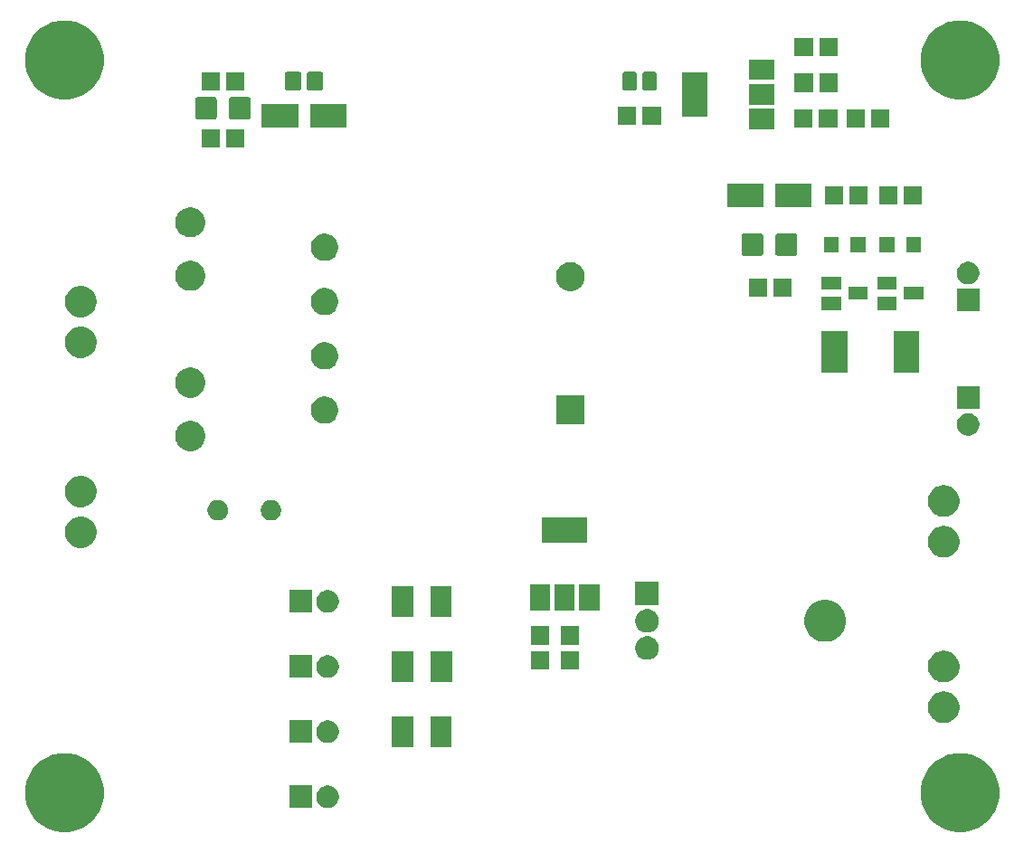
<source format=gbr>
G04 #@! TF.GenerationSoftware,KiCad,Pcbnew,(5.1.5)-3*
G04 #@! TF.CreationDate,2020-06-16T12:54:06-04:00*
G04 #@! TF.ProjectId,DC-Supply-170V-v1,44432d53-7570-4706-9c79-2d313730562d,rev?*
G04 #@! TF.SameCoordinates,Original*
G04 #@! TF.FileFunction,Soldermask,Top*
G04 #@! TF.FilePolarity,Negative*
%FSLAX46Y46*%
G04 Gerber Fmt 4.6, Leading zero omitted, Abs format (unit mm)*
G04 Created by KiCad (PCBNEW (5.1.5)-3) date 2020-06-16 12:54:06*
%MOMM*%
%LPD*%
G04 APERTURE LIST*
%ADD10C,0.100000*%
G04 APERTURE END LIST*
D10*
G36*
X163637996Y-110746324D02*
G01*
X164310570Y-111024913D01*
X164915871Y-111429362D01*
X165430638Y-111944129D01*
X165835087Y-112549430D01*
X166113676Y-113222004D01*
X166255700Y-113936005D01*
X166255700Y-114663995D01*
X166113676Y-115377996D01*
X165835087Y-116050570D01*
X165430638Y-116655871D01*
X164915871Y-117170638D01*
X164310570Y-117575087D01*
X163637996Y-117853676D01*
X162923995Y-117995700D01*
X162196005Y-117995700D01*
X161482004Y-117853676D01*
X160809430Y-117575087D01*
X160204129Y-117170638D01*
X159689362Y-116655871D01*
X159284913Y-116050570D01*
X159006324Y-115377996D01*
X158864300Y-114663995D01*
X158864300Y-113936005D01*
X159006324Y-113222004D01*
X159284913Y-112549430D01*
X159689362Y-111944129D01*
X160204129Y-111429362D01*
X160809430Y-111024913D01*
X161482004Y-110746324D01*
X162196005Y-110604300D01*
X162923995Y-110604300D01*
X163637996Y-110746324D01*
G37*
G36*
X79817996Y-110746324D02*
G01*
X80490570Y-111024913D01*
X81095871Y-111429362D01*
X81610638Y-111944129D01*
X82015087Y-112549430D01*
X82293676Y-113222004D01*
X82435700Y-113936005D01*
X82435700Y-114663995D01*
X82293676Y-115377996D01*
X82015087Y-116050570D01*
X81610638Y-116655871D01*
X81095871Y-117170638D01*
X80490570Y-117575087D01*
X79817996Y-117853676D01*
X79103995Y-117995700D01*
X78376005Y-117995700D01*
X77662004Y-117853676D01*
X76989430Y-117575087D01*
X76384129Y-117170638D01*
X75869362Y-116655871D01*
X75464913Y-116050570D01*
X75186324Y-115377996D01*
X75044300Y-114663995D01*
X75044300Y-113936005D01*
X75186324Y-113222004D01*
X75464913Y-112549430D01*
X75869362Y-111944129D01*
X76384129Y-111429362D01*
X76989430Y-111024913D01*
X77662004Y-110746324D01*
X78376005Y-110604300D01*
X79103995Y-110604300D01*
X79817996Y-110746324D01*
G37*
G36*
X101891200Y-115734200D02*
G01*
X99784800Y-115734200D01*
X99784800Y-113627800D01*
X101891200Y-113627800D01*
X101891200Y-115734200D01*
G37*
G36*
X103685207Y-113668274D02*
G01*
X103876877Y-113747666D01*
X104049376Y-113862926D01*
X104196074Y-114009624D01*
X104311334Y-114182123D01*
X104390726Y-114373793D01*
X104431200Y-114577269D01*
X104431200Y-114784731D01*
X104390726Y-114988207D01*
X104311334Y-115179877D01*
X104196074Y-115352376D01*
X104049376Y-115499074D01*
X103876877Y-115614334D01*
X103685207Y-115693726D01*
X103481731Y-115734200D01*
X103274269Y-115734200D01*
X103070793Y-115693726D01*
X102879123Y-115614334D01*
X102706624Y-115499074D01*
X102559926Y-115352376D01*
X102444666Y-115179877D01*
X102365274Y-114988207D01*
X102324800Y-114784731D01*
X102324800Y-114577269D01*
X102365274Y-114373793D01*
X102444666Y-114182123D01*
X102559926Y-114009624D01*
X102706624Y-113862926D01*
X102879123Y-113747666D01*
X103070793Y-113668274D01*
X103274269Y-113627800D01*
X103481731Y-113627800D01*
X103685207Y-113668274D01*
G37*
G36*
X114998200Y-110038200D02*
G01*
X112991800Y-110038200D01*
X112991800Y-107131800D01*
X114998200Y-107131800D01*
X114998200Y-110038200D01*
G37*
G36*
X111398200Y-110038200D02*
G01*
X109391800Y-110038200D01*
X109391800Y-107131800D01*
X111398200Y-107131800D01*
X111398200Y-110038200D01*
G37*
G36*
X103685207Y-107572274D02*
G01*
X103876877Y-107651666D01*
X104049376Y-107766926D01*
X104196074Y-107913624D01*
X104311334Y-108086123D01*
X104390726Y-108277793D01*
X104431200Y-108481269D01*
X104431200Y-108688731D01*
X104390726Y-108892207D01*
X104311334Y-109083877D01*
X104196074Y-109256376D01*
X104049376Y-109403074D01*
X103876877Y-109518334D01*
X103685207Y-109597726D01*
X103481731Y-109638200D01*
X103274269Y-109638200D01*
X103070793Y-109597726D01*
X102879123Y-109518334D01*
X102706624Y-109403074D01*
X102559926Y-109256376D01*
X102444666Y-109083877D01*
X102365274Y-108892207D01*
X102324800Y-108688731D01*
X102324800Y-108481269D01*
X102365274Y-108277793D01*
X102444666Y-108086123D01*
X102559926Y-107913624D01*
X102706624Y-107766926D01*
X102879123Y-107651666D01*
X103070793Y-107572274D01*
X103274269Y-107531800D01*
X103481731Y-107531800D01*
X103685207Y-107572274D01*
G37*
G36*
X101891200Y-109638200D02*
G01*
X99784800Y-109638200D01*
X99784800Y-107531800D01*
X101891200Y-107531800D01*
X101891200Y-109638200D01*
G37*
G36*
X161237711Y-104837061D02*
G01*
X161465716Y-104882413D01*
X161733822Y-104993467D01*
X161733823Y-104993468D01*
X161975111Y-105154691D01*
X162180309Y-105359889D01*
X162288035Y-105521113D01*
X162341533Y-105601178D01*
X162452587Y-105869284D01*
X162509200Y-106153903D01*
X162509200Y-106444097D01*
X162452587Y-106728716D01*
X162397059Y-106862770D01*
X162341533Y-106996822D01*
X162341532Y-106996823D01*
X162180309Y-107238111D01*
X161975111Y-107443309D01*
X161842674Y-107531800D01*
X161733822Y-107604533D01*
X161620033Y-107651666D01*
X161465716Y-107715587D01*
X161237711Y-107760939D01*
X161181098Y-107772200D01*
X160890902Y-107772200D01*
X160834289Y-107760939D01*
X160606284Y-107715587D01*
X160451967Y-107651666D01*
X160338178Y-107604533D01*
X160229326Y-107531800D01*
X160096889Y-107443309D01*
X159891691Y-107238111D01*
X159730468Y-106996823D01*
X159730467Y-106996822D01*
X159674941Y-106862770D01*
X159619413Y-106728716D01*
X159562800Y-106444097D01*
X159562800Y-106153903D01*
X159619413Y-105869284D01*
X159730467Y-105601178D01*
X159783965Y-105521113D01*
X159891691Y-105359889D01*
X160096889Y-105154691D01*
X160338177Y-104993468D01*
X160338178Y-104993467D01*
X160472230Y-104937941D01*
X160606284Y-104882413D01*
X160834289Y-104837061D01*
X160890902Y-104825800D01*
X161181098Y-104825800D01*
X161237711Y-104837061D01*
G37*
G36*
X161237711Y-101027061D02*
G01*
X161465716Y-101072413D01*
X161733822Y-101183467D01*
X161733823Y-101183468D01*
X161975111Y-101344691D01*
X162180309Y-101549889D01*
X162226294Y-101618711D01*
X162341533Y-101791178D01*
X162372111Y-101865000D01*
X162452587Y-102059284D01*
X162509200Y-102343903D01*
X162509200Y-102634097D01*
X162452587Y-102918716D01*
X162423939Y-102987877D01*
X162341533Y-103186822D01*
X162341532Y-103186823D01*
X162180309Y-103428111D01*
X161975111Y-103633309D01*
X161813887Y-103741035D01*
X161733822Y-103794533D01*
X161599770Y-103850059D01*
X161465716Y-103905587D01*
X161237711Y-103950939D01*
X161181098Y-103962200D01*
X160890902Y-103962200D01*
X160834289Y-103950939D01*
X160606284Y-103905587D01*
X160472230Y-103850059D01*
X160338178Y-103794533D01*
X160258113Y-103741035D01*
X160096889Y-103633309D01*
X159891691Y-103428111D01*
X159730468Y-103186823D01*
X159730467Y-103186822D01*
X159648061Y-102987877D01*
X159619413Y-102918716D01*
X159562800Y-102634097D01*
X159562800Y-102343903D01*
X159619413Y-102059284D01*
X159699889Y-101865000D01*
X159730467Y-101791178D01*
X159845706Y-101618711D01*
X159891691Y-101549889D01*
X160096889Y-101344691D01*
X160338177Y-101183468D01*
X160338178Y-101183467D01*
X160472230Y-101127941D01*
X160606284Y-101072413D01*
X160834289Y-101027061D01*
X160890902Y-101015800D01*
X161181098Y-101015800D01*
X161237711Y-101027061D01*
G37*
G36*
X115017200Y-103942200D02*
G01*
X113010800Y-103942200D01*
X113010800Y-101035800D01*
X115017200Y-101035800D01*
X115017200Y-103942200D01*
G37*
G36*
X111417200Y-103942200D02*
G01*
X109410800Y-103942200D01*
X109410800Y-101035800D01*
X111417200Y-101035800D01*
X111417200Y-103942200D01*
G37*
G36*
X101891200Y-103542200D02*
G01*
X99784800Y-103542200D01*
X99784800Y-101435800D01*
X101891200Y-101435800D01*
X101891200Y-103542200D01*
G37*
G36*
X103685207Y-101476274D02*
G01*
X103876877Y-101555666D01*
X104049376Y-101670926D01*
X104196074Y-101817624D01*
X104311334Y-101990123D01*
X104390726Y-102181793D01*
X104431200Y-102385269D01*
X104431200Y-102592731D01*
X104390726Y-102796207D01*
X104311334Y-102987877D01*
X104196074Y-103160376D01*
X104049376Y-103307074D01*
X103876877Y-103422334D01*
X103685207Y-103501726D01*
X103481731Y-103542200D01*
X103274269Y-103542200D01*
X103070793Y-103501726D01*
X102879123Y-103422334D01*
X102706624Y-103307074D01*
X102559926Y-103160376D01*
X102444666Y-102987877D01*
X102365274Y-102796207D01*
X102324800Y-102592731D01*
X102324800Y-102385269D01*
X102365274Y-102181793D01*
X102444666Y-101990123D01*
X102559926Y-101817624D01*
X102706624Y-101670926D01*
X102879123Y-101555666D01*
X103070793Y-101476274D01*
X103274269Y-101435800D01*
X103481731Y-101435800D01*
X103685207Y-101476274D01*
G37*
G36*
X124094000Y-102739600D02*
G01*
X122387600Y-102739600D01*
X122387600Y-101033200D01*
X124094000Y-101033200D01*
X124094000Y-102739600D01*
G37*
G36*
X126913400Y-102739600D02*
G01*
X125207000Y-102739600D01*
X125207000Y-101033200D01*
X126913400Y-101033200D01*
X126913400Y-102739600D01*
G37*
G36*
X133595592Y-99700995D02*
G01*
X133796361Y-99784157D01*
X133977049Y-99904889D01*
X134130711Y-100058551D01*
X134251443Y-100239239D01*
X134334605Y-100440008D01*
X134377000Y-100653144D01*
X134377000Y-100870456D01*
X134334605Y-101083592D01*
X134251443Y-101284361D01*
X134130711Y-101465049D01*
X133977049Y-101618711D01*
X133796361Y-101739443D01*
X133595592Y-101822605D01*
X133382456Y-101865000D01*
X133165144Y-101865000D01*
X132952008Y-101822605D01*
X132751239Y-101739443D01*
X132570551Y-101618711D01*
X132416889Y-101465049D01*
X132296157Y-101284361D01*
X132212995Y-101083592D01*
X132170600Y-100870456D01*
X132170600Y-100653144D01*
X132212995Y-100440008D01*
X132296157Y-100239239D01*
X132416889Y-100058551D01*
X132570551Y-99904889D01*
X132751239Y-99784157D01*
X132952008Y-99700995D01*
X133165144Y-99658600D01*
X133382456Y-99658600D01*
X133595592Y-99700995D01*
G37*
G36*
X126913400Y-100439600D02*
G01*
X125207000Y-100439600D01*
X125207000Y-98733200D01*
X126913400Y-98733200D01*
X126913400Y-100439600D01*
G37*
G36*
X124094000Y-100439600D02*
G01*
X122387600Y-100439600D01*
X122387600Y-98733200D01*
X124094000Y-98733200D01*
X124094000Y-100439600D01*
G37*
G36*
X150503528Y-96343660D02*
G01*
X150858987Y-96490896D01*
X151178893Y-96704650D01*
X151450950Y-96976707D01*
X151664704Y-97296613D01*
X151811940Y-97652072D01*
X151887000Y-98029427D01*
X151887000Y-98414173D01*
X151811940Y-98791528D01*
X151664704Y-99146987D01*
X151450950Y-99466893D01*
X151178893Y-99738950D01*
X150858987Y-99952704D01*
X150503528Y-100099940D01*
X150126173Y-100175000D01*
X149741427Y-100175000D01*
X149364072Y-100099940D01*
X149008613Y-99952704D01*
X148688707Y-99738950D01*
X148416650Y-99466893D01*
X148202896Y-99146987D01*
X148055660Y-98791528D01*
X147980600Y-98414173D01*
X147980600Y-98029427D01*
X148055660Y-97652072D01*
X148202896Y-97296613D01*
X148416650Y-96976707D01*
X148688707Y-96704650D01*
X149008613Y-96490896D01*
X149364072Y-96343660D01*
X149741427Y-96268600D01*
X150126173Y-96268600D01*
X150503528Y-96343660D01*
G37*
G36*
X133595592Y-97160995D02*
G01*
X133796361Y-97244157D01*
X133977049Y-97364889D01*
X134130711Y-97518551D01*
X134251443Y-97699239D01*
X134334605Y-97900008D01*
X134377000Y-98113144D01*
X134377000Y-98330456D01*
X134334605Y-98543592D01*
X134251443Y-98744361D01*
X134130711Y-98925049D01*
X133977049Y-99078711D01*
X133796361Y-99199443D01*
X133595592Y-99282605D01*
X133382456Y-99325000D01*
X133165144Y-99325000D01*
X132952008Y-99282605D01*
X132751239Y-99199443D01*
X132570551Y-99078711D01*
X132416889Y-98925049D01*
X132296157Y-98744361D01*
X132212995Y-98543592D01*
X132170600Y-98330456D01*
X132170600Y-98113144D01*
X132212995Y-97900008D01*
X132296157Y-97699239D01*
X132416889Y-97518551D01*
X132570551Y-97364889D01*
X132751239Y-97244157D01*
X132952008Y-97160995D01*
X133165144Y-97118600D01*
X133382456Y-97118600D01*
X133595592Y-97160995D01*
G37*
G36*
X114998200Y-97846200D02*
G01*
X112991800Y-97846200D01*
X112991800Y-94939800D01*
X114998200Y-94939800D01*
X114998200Y-97846200D01*
G37*
G36*
X111398200Y-97846200D02*
G01*
X109391800Y-97846200D01*
X109391800Y-94939800D01*
X111398200Y-94939800D01*
X111398200Y-97846200D01*
G37*
G36*
X101891200Y-97446200D02*
G01*
X99784800Y-97446200D01*
X99784800Y-95339800D01*
X101891200Y-95339800D01*
X101891200Y-97446200D01*
G37*
G36*
X103685207Y-95380274D02*
G01*
X103876877Y-95459666D01*
X104049376Y-95574926D01*
X104196074Y-95721624D01*
X104311334Y-95894123D01*
X104390726Y-96085793D01*
X104431200Y-96289269D01*
X104431200Y-96496731D01*
X104390726Y-96700207D01*
X104311334Y-96891877D01*
X104196074Y-97064376D01*
X104049376Y-97211074D01*
X103876877Y-97326334D01*
X103685207Y-97405726D01*
X103481731Y-97446200D01*
X103274269Y-97446200D01*
X103070793Y-97405726D01*
X102879123Y-97326334D01*
X102706624Y-97211074D01*
X102559926Y-97064376D01*
X102444666Y-96891877D01*
X102365274Y-96700207D01*
X102324800Y-96496731D01*
X102324800Y-96289269D01*
X102365274Y-96085793D01*
X102444666Y-95894123D01*
X102559926Y-95721624D01*
X102706624Y-95574926D01*
X102879123Y-95459666D01*
X103070793Y-95380274D01*
X103274269Y-95339800D01*
X103481731Y-95339800D01*
X103685207Y-95380274D01*
G37*
G36*
X126505400Y-97241000D02*
G01*
X124599000Y-97241000D01*
X124599000Y-94834600D01*
X126505400Y-94834600D01*
X126505400Y-97241000D01*
G37*
G36*
X124205400Y-97241000D02*
G01*
X122299000Y-97241000D01*
X122299000Y-94834600D01*
X124205400Y-94834600D01*
X124205400Y-97241000D01*
G37*
G36*
X128805400Y-97241000D02*
G01*
X126899000Y-97241000D01*
X126899000Y-94834600D01*
X128805400Y-94834600D01*
X128805400Y-97241000D01*
G37*
G36*
X134377000Y-96785000D02*
G01*
X132170600Y-96785000D01*
X132170600Y-94578600D01*
X134377000Y-94578600D01*
X134377000Y-96785000D01*
G37*
G36*
X161237711Y-89343061D02*
G01*
X161465716Y-89388413D01*
X161733822Y-89499467D01*
X161733823Y-89499468D01*
X161975111Y-89660691D01*
X162180309Y-89865889D01*
X162288035Y-90027113D01*
X162341533Y-90107178D01*
X162397059Y-90241230D01*
X162452587Y-90375284D01*
X162509200Y-90659903D01*
X162509200Y-90950097D01*
X162452587Y-91234716D01*
X162412047Y-91332586D01*
X162341533Y-91502822D01*
X162341532Y-91502823D01*
X162180309Y-91744111D01*
X161975111Y-91949309D01*
X161813887Y-92057035D01*
X161733822Y-92110533D01*
X161599770Y-92166059D01*
X161465716Y-92221587D01*
X161237711Y-92266939D01*
X161181098Y-92278200D01*
X160890902Y-92278200D01*
X160834289Y-92266939D01*
X160606284Y-92221587D01*
X160338178Y-92110533D01*
X160258113Y-92057035D01*
X160096889Y-91949309D01*
X159891691Y-91744111D01*
X159730468Y-91502823D01*
X159730467Y-91502822D01*
X159659953Y-91332586D01*
X159619413Y-91234716D01*
X159562800Y-90950097D01*
X159562800Y-90659903D01*
X159619413Y-90375284D01*
X159674941Y-90241230D01*
X159730467Y-90107178D01*
X159783965Y-90027113D01*
X159891691Y-89865889D01*
X160096889Y-89660691D01*
X160338177Y-89499468D01*
X160338178Y-89499467D01*
X160472230Y-89443941D01*
X160606284Y-89388413D01*
X160834289Y-89343061D01*
X160890902Y-89331800D01*
X161181098Y-89331800D01*
X161237711Y-89343061D01*
G37*
G36*
X80465711Y-88454061D02*
G01*
X80693716Y-88499413D01*
X80827770Y-88554941D01*
X80961822Y-88610467D01*
X80961823Y-88610468D01*
X81203111Y-88771691D01*
X81408309Y-88976889D01*
X81516035Y-89138113D01*
X81569533Y-89218178D01*
X81616597Y-89331800D01*
X81680587Y-89486284D01*
X81737200Y-89770903D01*
X81737200Y-90061097D01*
X81680587Y-90345716D01*
X81668339Y-90375284D01*
X81569533Y-90613822D01*
X81516035Y-90693887D01*
X81408309Y-90855111D01*
X81203111Y-91060309D01*
X81041887Y-91168035D01*
X80961822Y-91221533D01*
X80693716Y-91332587D01*
X80465711Y-91377939D01*
X80409098Y-91389200D01*
X80118902Y-91389200D01*
X80062289Y-91377939D01*
X79834284Y-91332587D01*
X79566178Y-91221533D01*
X79486113Y-91168035D01*
X79324889Y-91060309D01*
X79119691Y-90855111D01*
X79011965Y-90693887D01*
X78958467Y-90613822D01*
X78859661Y-90375284D01*
X78847413Y-90345716D01*
X78790800Y-90061097D01*
X78790800Y-89770903D01*
X78847413Y-89486284D01*
X78911403Y-89331800D01*
X78958467Y-89218178D01*
X79011965Y-89138113D01*
X79119691Y-88976889D01*
X79324889Y-88771691D01*
X79566177Y-88610468D01*
X79566178Y-88610467D01*
X79834284Y-88499413D01*
X80062289Y-88454061D01*
X80118902Y-88442800D01*
X80409098Y-88442800D01*
X80465711Y-88454061D01*
G37*
G36*
X127655400Y-90941000D02*
G01*
X123449000Y-90941000D01*
X123449000Y-88534600D01*
X127655400Y-88534600D01*
X127655400Y-90941000D01*
G37*
G36*
X98201555Y-86900778D02*
G01*
X98350937Y-86930491D01*
X98415824Y-86957369D01*
X98526594Y-87003251D01*
X98684679Y-87108880D01*
X98819120Y-87243321D01*
X98924749Y-87401406D01*
X98970631Y-87512176D01*
X98997509Y-87577063D01*
X99034600Y-87763537D01*
X99034600Y-87953663D01*
X98997509Y-88140137D01*
X98970631Y-88205024D01*
X98924749Y-88315794D01*
X98819120Y-88473879D01*
X98684679Y-88608320D01*
X98526594Y-88713949D01*
X98415824Y-88759831D01*
X98350937Y-88786709D01*
X98201555Y-88816422D01*
X98164464Y-88823800D01*
X97974336Y-88823800D01*
X97937245Y-88816422D01*
X97787863Y-88786709D01*
X97722976Y-88759831D01*
X97612206Y-88713949D01*
X97454121Y-88608320D01*
X97319680Y-88473879D01*
X97214051Y-88315794D01*
X97168169Y-88205024D01*
X97141291Y-88140137D01*
X97104200Y-87953663D01*
X97104200Y-87763537D01*
X97141291Y-87577063D01*
X97168169Y-87512176D01*
X97214051Y-87401406D01*
X97319680Y-87243321D01*
X97454121Y-87108880D01*
X97612206Y-87003251D01*
X97722976Y-86957369D01*
X97787863Y-86930491D01*
X97937245Y-86900778D01*
X97974336Y-86893400D01*
X98164464Y-86893400D01*
X98201555Y-86900778D01*
G37*
G36*
X93223155Y-86900778D02*
G01*
X93372537Y-86930491D01*
X93437424Y-86957369D01*
X93548194Y-87003251D01*
X93706279Y-87108880D01*
X93840720Y-87243321D01*
X93946349Y-87401406D01*
X93992231Y-87512176D01*
X94019109Y-87577063D01*
X94056200Y-87763537D01*
X94056200Y-87953663D01*
X94019109Y-88140137D01*
X93992231Y-88205024D01*
X93946349Y-88315794D01*
X93840720Y-88473879D01*
X93706279Y-88608320D01*
X93548194Y-88713949D01*
X93437424Y-88759831D01*
X93372537Y-88786709D01*
X93223155Y-88816422D01*
X93186064Y-88823800D01*
X92995936Y-88823800D01*
X92958845Y-88816422D01*
X92809463Y-88786709D01*
X92744576Y-88759831D01*
X92633806Y-88713949D01*
X92475721Y-88608320D01*
X92341280Y-88473879D01*
X92235651Y-88315794D01*
X92189769Y-88205024D01*
X92162891Y-88140137D01*
X92125800Y-87953663D01*
X92125800Y-87763537D01*
X92162891Y-87577063D01*
X92189769Y-87512176D01*
X92235651Y-87401406D01*
X92341280Y-87243321D01*
X92475721Y-87108880D01*
X92633806Y-87003251D01*
X92744576Y-86957369D01*
X92809463Y-86930491D01*
X92958845Y-86900778D01*
X92995936Y-86893400D01*
X93186064Y-86893400D01*
X93223155Y-86900778D01*
G37*
G36*
X161237711Y-85533061D02*
G01*
X161465716Y-85578413D01*
X161599770Y-85633941D01*
X161733822Y-85689467D01*
X161733823Y-85689468D01*
X161975111Y-85850691D01*
X162180309Y-86055889D01*
X162288035Y-86217113D01*
X162341533Y-86297178D01*
X162397059Y-86431230D01*
X162452587Y-86565284D01*
X162509200Y-86849903D01*
X162509200Y-87140097D01*
X162452587Y-87424716D01*
X162412047Y-87522586D01*
X162341533Y-87692822D01*
X162341532Y-87692823D01*
X162180309Y-87934111D01*
X161975111Y-88139309D01*
X161813887Y-88247035D01*
X161733822Y-88300533D01*
X161599770Y-88356059D01*
X161465716Y-88411587D01*
X161237711Y-88456939D01*
X161181098Y-88468200D01*
X160890902Y-88468200D01*
X160834289Y-88456939D01*
X160606284Y-88411587D01*
X160472230Y-88356059D01*
X160338178Y-88300533D01*
X160258113Y-88247035D01*
X160096889Y-88139309D01*
X159891691Y-87934111D01*
X159730468Y-87692823D01*
X159730467Y-87692822D01*
X159659953Y-87522586D01*
X159619413Y-87424716D01*
X159562800Y-87140097D01*
X159562800Y-86849903D01*
X159619413Y-86565284D01*
X159674941Y-86431230D01*
X159730467Y-86297178D01*
X159783965Y-86217113D01*
X159891691Y-86055889D01*
X160096889Y-85850691D01*
X160338177Y-85689468D01*
X160338178Y-85689467D01*
X160472230Y-85633941D01*
X160606284Y-85578413D01*
X160834289Y-85533061D01*
X160890902Y-85521800D01*
X161181098Y-85521800D01*
X161237711Y-85533061D01*
G37*
G36*
X80465711Y-84644061D02*
G01*
X80693716Y-84689413D01*
X80827770Y-84744941D01*
X80961822Y-84800467D01*
X80961823Y-84800468D01*
X81203111Y-84961691D01*
X81408309Y-85166889D01*
X81516035Y-85328113D01*
X81569533Y-85408178D01*
X81616597Y-85521800D01*
X81680587Y-85676284D01*
X81737200Y-85960903D01*
X81737200Y-86251097D01*
X81680587Y-86535716D01*
X81668339Y-86565284D01*
X81569533Y-86803822D01*
X81516035Y-86883887D01*
X81408309Y-87045111D01*
X81203111Y-87250309D01*
X81041887Y-87358035D01*
X80961822Y-87411533D01*
X80827770Y-87467059D01*
X80693716Y-87522587D01*
X80465711Y-87567939D01*
X80409098Y-87579200D01*
X80118902Y-87579200D01*
X80062289Y-87567939D01*
X79834284Y-87522587D01*
X79566178Y-87411533D01*
X79486113Y-87358035D01*
X79324889Y-87250309D01*
X79119691Y-87045111D01*
X79011965Y-86883887D01*
X78958467Y-86803822D01*
X78859661Y-86565284D01*
X78847413Y-86535716D01*
X78790800Y-86251097D01*
X78790800Y-85960903D01*
X78847413Y-85676284D01*
X78911403Y-85521800D01*
X78958467Y-85408178D01*
X79011965Y-85328113D01*
X79119691Y-85166889D01*
X79324889Y-84961691D01*
X79566177Y-84800468D01*
X79566178Y-84800467D01*
X79700230Y-84744941D01*
X79834284Y-84689413D01*
X80062289Y-84644061D01*
X80118902Y-84632800D01*
X80409098Y-84632800D01*
X80465711Y-84644061D01*
G37*
G36*
X90936794Y-79553674D02*
G01*
X91193343Y-79659940D01*
X91424231Y-79814214D01*
X91620586Y-80010569D01*
X91774860Y-80241457D01*
X91881126Y-80498006D01*
X91935300Y-80770357D01*
X91935300Y-81048043D01*
X91881126Y-81320394D01*
X91774860Y-81576943D01*
X91620586Y-81807831D01*
X91424231Y-82004186D01*
X91193343Y-82158460D01*
X90936794Y-82264726D01*
X90664443Y-82318900D01*
X90386757Y-82318900D01*
X90114406Y-82264726D01*
X89857857Y-82158460D01*
X89626969Y-82004186D01*
X89430614Y-81807831D01*
X89276340Y-81576943D01*
X89170074Y-81320394D01*
X89115900Y-81048043D01*
X89115900Y-80770357D01*
X89170074Y-80498006D01*
X89276340Y-80241457D01*
X89430614Y-80010569D01*
X89626969Y-79814214D01*
X89857857Y-79659940D01*
X90114406Y-79553674D01*
X90386757Y-79499500D01*
X90664443Y-79499500D01*
X90936794Y-79553674D01*
G37*
G36*
X163629207Y-78819474D02*
G01*
X163820877Y-78898866D01*
X163993376Y-79014126D01*
X164140074Y-79160824D01*
X164255334Y-79333323D01*
X164334726Y-79524993D01*
X164375200Y-79728469D01*
X164375200Y-79935931D01*
X164334726Y-80139407D01*
X164255334Y-80331077D01*
X164140074Y-80503576D01*
X163993376Y-80650274D01*
X163820877Y-80765534D01*
X163629207Y-80844926D01*
X163425731Y-80885400D01*
X163218269Y-80885400D01*
X163014793Y-80844926D01*
X162823123Y-80765534D01*
X162650624Y-80650274D01*
X162503926Y-80503576D01*
X162388666Y-80331077D01*
X162309274Y-80139407D01*
X162268800Y-79935931D01*
X162268800Y-79728469D01*
X162309274Y-79524993D01*
X162388666Y-79333323D01*
X162503926Y-79160824D01*
X162650624Y-79014126D01*
X162823123Y-78898866D01*
X163014793Y-78819474D01*
X163218269Y-78779000D01*
X163425731Y-78779000D01*
X163629207Y-78819474D01*
G37*
G36*
X127431800Y-79832200D02*
G01*
X124739400Y-79832200D01*
X124739400Y-77139800D01*
X127431800Y-77139800D01*
X127431800Y-79832200D01*
G37*
G36*
X103472750Y-77252594D02*
G01*
X103706186Y-77349286D01*
X103916274Y-77489662D01*
X104094938Y-77668326D01*
X104235314Y-77878414D01*
X104332006Y-78111850D01*
X104381300Y-78359666D01*
X104381300Y-78612334D01*
X104332006Y-78860150D01*
X104235314Y-79093586D01*
X104094938Y-79303674D01*
X103916274Y-79482338D01*
X103809510Y-79553675D01*
X103706186Y-79622714D01*
X103472750Y-79719406D01*
X103224935Y-79768700D01*
X102972265Y-79768700D01*
X102724450Y-79719406D01*
X102491014Y-79622714D01*
X102387690Y-79553675D01*
X102280926Y-79482338D01*
X102102262Y-79303674D01*
X101961886Y-79093586D01*
X101865194Y-78860150D01*
X101815900Y-78612334D01*
X101815900Y-78359666D01*
X101865194Y-78111850D01*
X101961886Y-77878414D01*
X102102262Y-77668326D01*
X102280926Y-77489662D01*
X102491014Y-77349286D01*
X102724450Y-77252594D01*
X102972265Y-77203300D01*
X103224935Y-77203300D01*
X103472750Y-77252594D01*
G37*
G36*
X164375200Y-78345400D02*
G01*
X162268800Y-78345400D01*
X162268800Y-76239000D01*
X164375200Y-76239000D01*
X164375200Y-78345400D01*
G37*
G36*
X90936794Y-74553674D02*
G01*
X91193343Y-74659940D01*
X91424231Y-74814214D01*
X91620586Y-75010569D01*
X91774860Y-75241457D01*
X91881126Y-75498006D01*
X91935300Y-75770357D01*
X91935300Y-76048043D01*
X91881126Y-76320394D01*
X91774860Y-76576943D01*
X91620586Y-76807831D01*
X91424231Y-77004186D01*
X91193343Y-77158460D01*
X90936794Y-77264726D01*
X90664443Y-77318900D01*
X90386757Y-77318900D01*
X90114406Y-77264726D01*
X89857857Y-77158460D01*
X89626969Y-77004186D01*
X89430614Y-76807831D01*
X89276340Y-76576943D01*
X89170074Y-76320394D01*
X89115900Y-76048043D01*
X89115900Y-75770357D01*
X89170074Y-75498006D01*
X89276340Y-75241457D01*
X89430614Y-75010569D01*
X89626969Y-74814214D01*
X89857857Y-74659940D01*
X90114406Y-74553674D01*
X90386757Y-74499500D01*
X90664443Y-74499500D01*
X90936794Y-74553674D01*
G37*
G36*
X158756200Y-74978200D02*
G01*
X156349800Y-74978200D01*
X156349800Y-71071800D01*
X158756200Y-71071800D01*
X158756200Y-74978200D01*
G37*
G36*
X152006200Y-74978200D02*
G01*
X149599800Y-74978200D01*
X149599800Y-71071800D01*
X152006200Y-71071800D01*
X152006200Y-74978200D01*
G37*
G36*
X103472750Y-72172594D02*
G01*
X103706186Y-72269286D01*
X103916274Y-72409662D01*
X104094938Y-72588326D01*
X104235314Y-72798414D01*
X104332006Y-73031850D01*
X104381300Y-73279665D01*
X104381300Y-73532335D01*
X104366010Y-73609200D01*
X104332006Y-73780150D01*
X104235314Y-74013586D01*
X104094938Y-74223674D01*
X103916274Y-74402338D01*
X103770860Y-74499500D01*
X103706186Y-74542714D01*
X103472750Y-74639406D01*
X103224935Y-74688700D01*
X102972265Y-74688700D01*
X102724450Y-74639406D01*
X102491014Y-74542714D01*
X102426340Y-74499500D01*
X102280926Y-74402338D01*
X102102262Y-74223674D01*
X101961886Y-74013586D01*
X101865194Y-73780150D01*
X101831190Y-73609200D01*
X101815900Y-73532335D01*
X101815900Y-73279665D01*
X101865194Y-73031850D01*
X101961886Y-72798414D01*
X102102262Y-72588326D01*
X102280926Y-72409662D01*
X102491014Y-72269286D01*
X102724450Y-72172594D01*
X102972265Y-72123300D01*
X103224935Y-72123300D01*
X103472750Y-72172594D01*
G37*
G36*
X80465711Y-70674061D02*
G01*
X80693716Y-70719413D01*
X80827770Y-70774941D01*
X80961822Y-70830467D01*
X80961823Y-70830468D01*
X81203111Y-70991691D01*
X81408309Y-71196889D01*
X81516035Y-71358113D01*
X81569533Y-71438178D01*
X81680587Y-71706284D01*
X81737200Y-71990903D01*
X81737200Y-72281097D01*
X81680587Y-72565716D01*
X81671221Y-72588327D01*
X81569533Y-72833822D01*
X81569532Y-72833823D01*
X81408309Y-73075111D01*
X81203111Y-73280309D01*
X81041887Y-73388035D01*
X80961822Y-73441533D01*
X80827770Y-73497059D01*
X80693716Y-73552587D01*
X80465711Y-73597939D01*
X80409098Y-73609200D01*
X80118902Y-73609200D01*
X80062289Y-73597939D01*
X79834284Y-73552587D01*
X79700230Y-73497059D01*
X79566178Y-73441533D01*
X79486113Y-73388035D01*
X79324889Y-73280309D01*
X79119691Y-73075111D01*
X78958468Y-72833823D01*
X78958467Y-72833822D01*
X78856779Y-72588327D01*
X78847413Y-72565716D01*
X78790800Y-72281097D01*
X78790800Y-71990903D01*
X78847413Y-71706284D01*
X78958467Y-71438178D01*
X79011965Y-71358113D01*
X79119691Y-71196889D01*
X79324889Y-70991691D01*
X79566177Y-70830468D01*
X79566178Y-70830467D01*
X79700230Y-70774941D01*
X79834284Y-70719413D01*
X80062289Y-70674061D01*
X80118902Y-70662800D01*
X80409098Y-70662800D01*
X80465711Y-70674061D01*
G37*
G36*
X80465711Y-66864061D02*
G01*
X80693716Y-66909413D01*
X80827770Y-66964941D01*
X80961822Y-67020467D01*
X80961823Y-67020468D01*
X81203111Y-67181691D01*
X81408309Y-67386889D01*
X81489450Y-67508326D01*
X81569533Y-67628178D01*
X81606910Y-67718414D01*
X81680587Y-67896284D01*
X81725939Y-68124289D01*
X81734475Y-68167200D01*
X81737200Y-68180903D01*
X81737200Y-68471097D01*
X81680587Y-68755716D01*
X81625059Y-68889770D01*
X81569533Y-69023822D01*
X81569532Y-69023823D01*
X81408309Y-69265111D01*
X81203111Y-69470309D01*
X81041887Y-69578035D01*
X80961822Y-69631533D01*
X80693716Y-69742587D01*
X80465711Y-69787939D01*
X80409098Y-69799200D01*
X80118902Y-69799200D01*
X80062289Y-69787939D01*
X79834284Y-69742587D01*
X79566178Y-69631533D01*
X79486113Y-69578035D01*
X79324889Y-69470309D01*
X79119691Y-69265111D01*
X78958468Y-69023823D01*
X78958467Y-69023822D01*
X78902941Y-68889770D01*
X78847413Y-68755716D01*
X78790800Y-68471097D01*
X78790800Y-68180903D01*
X78793526Y-68167200D01*
X78802061Y-68124289D01*
X78847413Y-67896284D01*
X78921090Y-67718414D01*
X78958467Y-67628178D01*
X79038550Y-67508326D01*
X79119691Y-67386889D01*
X79324889Y-67181691D01*
X79566177Y-67020468D01*
X79566178Y-67020467D01*
X79700230Y-66964941D01*
X79834284Y-66909413D01*
X80062289Y-66864061D01*
X80118902Y-66852800D01*
X80409098Y-66852800D01*
X80465711Y-66864061D01*
G37*
G36*
X103472750Y-67092594D02*
G01*
X103706186Y-67189286D01*
X103916274Y-67329662D01*
X104094938Y-67508326D01*
X104235314Y-67718414D01*
X104332006Y-67951850D01*
X104381300Y-68199666D01*
X104381300Y-68452334D01*
X104332006Y-68700150D01*
X104235314Y-68933586D01*
X104094938Y-69143674D01*
X103916274Y-69322338D01*
X103706186Y-69462714D01*
X103472750Y-69559406D01*
X103224935Y-69608700D01*
X102972265Y-69608700D01*
X102724450Y-69559406D01*
X102491014Y-69462714D01*
X102280926Y-69322338D01*
X102102262Y-69143674D01*
X101961886Y-68933586D01*
X101865194Y-68700150D01*
X101815900Y-68452334D01*
X101815900Y-68199666D01*
X101865194Y-67951850D01*
X101961886Y-67718414D01*
X102102262Y-67508326D01*
X102280926Y-67329662D01*
X102491014Y-67189286D01*
X102724450Y-67092594D01*
X102972265Y-67043300D01*
X103224935Y-67043300D01*
X103472750Y-67092594D01*
G37*
G36*
X164375200Y-69252200D02*
G01*
X162268800Y-69252200D01*
X162268800Y-67145800D01*
X164375200Y-67145800D01*
X164375200Y-69252200D01*
G37*
G36*
X151418200Y-69117200D02*
G01*
X149611800Y-69117200D01*
X149611800Y-67910800D01*
X151418200Y-67910800D01*
X151418200Y-69117200D01*
G37*
G36*
X156625200Y-69117200D02*
G01*
X154818800Y-69117200D01*
X154818800Y-67910800D01*
X156625200Y-67910800D01*
X156625200Y-69117200D01*
G37*
G36*
X159125200Y-68167200D02*
G01*
X157318800Y-68167200D01*
X157318800Y-66960800D01*
X159125200Y-66960800D01*
X159125200Y-68167200D01*
G37*
G36*
X153918200Y-68167200D02*
G01*
X152111800Y-68167200D01*
X152111800Y-66960800D01*
X153918200Y-66960800D01*
X153918200Y-68167200D01*
G37*
G36*
X146783200Y-67909200D02*
G01*
X145076800Y-67909200D01*
X145076800Y-66202800D01*
X146783200Y-66202800D01*
X146783200Y-67909200D01*
G37*
G36*
X144483200Y-67909200D02*
G01*
X142776800Y-67909200D01*
X142776800Y-66202800D01*
X144483200Y-66202800D01*
X144483200Y-67909200D01*
G37*
G36*
X126478272Y-64691533D02*
G01*
X126723265Y-64793013D01*
X126943753Y-64940338D01*
X127131262Y-65127847D01*
X127278587Y-65348335D01*
X127380067Y-65593328D01*
X127431800Y-65853411D01*
X127431800Y-66118589D01*
X127380067Y-66378672D01*
X127278587Y-66623665D01*
X127131262Y-66844153D01*
X126943753Y-67031662D01*
X126723265Y-67178987D01*
X126478272Y-67280467D01*
X126218189Y-67332200D01*
X125953011Y-67332200D01*
X125692928Y-67280467D01*
X125447935Y-67178987D01*
X125227447Y-67031662D01*
X125039938Y-66844153D01*
X124892613Y-66623665D01*
X124791133Y-66378672D01*
X124739400Y-66118589D01*
X124739400Y-65853411D01*
X124791133Y-65593328D01*
X124892613Y-65348335D01*
X125039938Y-65127847D01*
X125227447Y-64940338D01*
X125447935Y-64793013D01*
X125692928Y-64691533D01*
X125953011Y-64639800D01*
X126218189Y-64639800D01*
X126478272Y-64691533D01*
G37*
G36*
X90936794Y-64553674D02*
G01*
X91193343Y-64659940D01*
X91424231Y-64814214D01*
X91620586Y-65010569D01*
X91774860Y-65241457D01*
X91881126Y-65498006D01*
X91935300Y-65770357D01*
X91935300Y-66048043D01*
X91881126Y-66320394D01*
X91774860Y-66576943D01*
X91620586Y-66807831D01*
X91424231Y-67004186D01*
X91193343Y-67158460D01*
X90936794Y-67264726D01*
X90664443Y-67318900D01*
X90386757Y-67318900D01*
X90114406Y-67264726D01*
X89857857Y-67158460D01*
X89626969Y-67004186D01*
X89430614Y-66807831D01*
X89276340Y-66576943D01*
X89170074Y-66320394D01*
X89115900Y-66048043D01*
X89115900Y-65770357D01*
X89170074Y-65498006D01*
X89276340Y-65241457D01*
X89430614Y-65010569D01*
X89626969Y-64814214D01*
X89857857Y-64659940D01*
X90114406Y-64553674D01*
X90386757Y-64499500D01*
X90664443Y-64499500D01*
X90936794Y-64553674D01*
G37*
G36*
X151418200Y-67217200D02*
G01*
X149611800Y-67217200D01*
X149611800Y-66010800D01*
X151418200Y-66010800D01*
X151418200Y-67217200D01*
G37*
G36*
X156625200Y-67217200D02*
G01*
X154818800Y-67217200D01*
X154818800Y-66010800D01*
X156625200Y-66010800D01*
X156625200Y-67217200D01*
G37*
G36*
X163629207Y-64646274D02*
G01*
X163820877Y-64725666D01*
X163993376Y-64840926D01*
X164140074Y-64987624D01*
X164255334Y-65160123D01*
X164334726Y-65351793D01*
X164375200Y-65555269D01*
X164375200Y-65762731D01*
X164334726Y-65966207D01*
X164255334Y-66157877D01*
X164140074Y-66330376D01*
X163993376Y-66477074D01*
X163820877Y-66592334D01*
X163629207Y-66671726D01*
X163425731Y-66712200D01*
X163218269Y-66712200D01*
X163014793Y-66671726D01*
X162823123Y-66592334D01*
X162650624Y-66477074D01*
X162503926Y-66330376D01*
X162388666Y-66157877D01*
X162309274Y-65966207D01*
X162268800Y-65762731D01*
X162268800Y-65555269D01*
X162309274Y-65351793D01*
X162388666Y-65160123D01*
X162503926Y-64987624D01*
X162650624Y-64840926D01*
X162823123Y-64725666D01*
X163014793Y-64646274D01*
X163218269Y-64605800D01*
X163425731Y-64605800D01*
X163629207Y-64646274D01*
G37*
G36*
X103472750Y-62012594D02*
G01*
X103706186Y-62109286D01*
X103916274Y-62249662D01*
X104094938Y-62428326D01*
X104235314Y-62638414D01*
X104332006Y-62871850D01*
X104381300Y-63119666D01*
X104381300Y-63372334D01*
X104332006Y-63620150D01*
X104235314Y-63853586D01*
X104094938Y-64063674D01*
X103916274Y-64242338D01*
X103706186Y-64382714D01*
X103472750Y-64479406D01*
X103224935Y-64528700D01*
X102972265Y-64528700D01*
X102724450Y-64479406D01*
X102491014Y-64382714D01*
X102280926Y-64242338D01*
X102102262Y-64063674D01*
X101961886Y-63853586D01*
X101865194Y-63620150D01*
X101815900Y-63372334D01*
X101815900Y-63119666D01*
X101865194Y-62871850D01*
X101961886Y-62638414D01*
X102102262Y-62428326D01*
X102280926Y-62249662D01*
X102491014Y-62109286D01*
X102724450Y-62012594D01*
X102972265Y-61963300D01*
X103224935Y-61963300D01*
X103472750Y-62012594D01*
G37*
G36*
X143924879Y-61919646D02*
G01*
X143975974Y-61935146D01*
X144023053Y-61960310D01*
X144064322Y-61994178D01*
X144098190Y-62035447D01*
X144123354Y-62082526D01*
X144138854Y-62133621D01*
X144144700Y-62192979D01*
X144144700Y-63791021D01*
X144138854Y-63850379D01*
X144123354Y-63901474D01*
X144098190Y-63948553D01*
X144064322Y-63989822D01*
X144023053Y-64023690D01*
X143975974Y-64048854D01*
X143924879Y-64064354D01*
X143865521Y-64070200D01*
X142392479Y-64070200D01*
X142333121Y-64064354D01*
X142282026Y-64048854D01*
X142234947Y-64023690D01*
X142193678Y-63989822D01*
X142159810Y-63948553D01*
X142134646Y-63901474D01*
X142119146Y-63850379D01*
X142113300Y-63791021D01*
X142113300Y-62192979D01*
X142119146Y-62133621D01*
X142134646Y-62082526D01*
X142159810Y-62035447D01*
X142193678Y-61994178D01*
X142234947Y-61960310D01*
X142282026Y-61935146D01*
X142333121Y-61919646D01*
X142392479Y-61913800D01*
X143865521Y-61913800D01*
X143924879Y-61919646D01*
G37*
G36*
X147099879Y-61919646D02*
G01*
X147150974Y-61935146D01*
X147198053Y-61960310D01*
X147239322Y-61994178D01*
X147273190Y-62035447D01*
X147298354Y-62082526D01*
X147313854Y-62133621D01*
X147319700Y-62192979D01*
X147319700Y-63791021D01*
X147313854Y-63850379D01*
X147298354Y-63901474D01*
X147273190Y-63948553D01*
X147239322Y-63989822D01*
X147198053Y-64023690D01*
X147150974Y-64048854D01*
X147099879Y-64064354D01*
X147040521Y-64070200D01*
X145567479Y-64070200D01*
X145508121Y-64064354D01*
X145457026Y-64048854D01*
X145409947Y-64023690D01*
X145368678Y-63989822D01*
X145334810Y-63948553D01*
X145309646Y-63901474D01*
X145294146Y-63850379D01*
X145288300Y-63791021D01*
X145288300Y-62192979D01*
X145294146Y-62133621D01*
X145309646Y-62082526D01*
X145334810Y-62035447D01*
X145368678Y-61994178D01*
X145409947Y-61960310D01*
X145457026Y-61935146D01*
X145508121Y-61919646D01*
X145567479Y-61913800D01*
X147040521Y-61913800D01*
X147099879Y-61919646D01*
G37*
G36*
X151218200Y-63695200D02*
G01*
X149811800Y-63695200D01*
X149811800Y-62288800D01*
X151218200Y-62288800D01*
X151218200Y-63695200D01*
G37*
G36*
X156425200Y-63695200D02*
G01*
X155018800Y-63695200D01*
X155018800Y-62288800D01*
X156425200Y-62288800D01*
X156425200Y-63695200D01*
G37*
G36*
X158925200Y-63695200D02*
G01*
X157518800Y-63695200D01*
X157518800Y-62288800D01*
X158925200Y-62288800D01*
X158925200Y-63695200D01*
G37*
G36*
X153718200Y-63695200D02*
G01*
X152311800Y-63695200D01*
X152311800Y-62288800D01*
X153718200Y-62288800D01*
X153718200Y-63695200D01*
G37*
G36*
X90936794Y-59553674D02*
G01*
X91193343Y-59659940D01*
X91424231Y-59814214D01*
X91620586Y-60010569D01*
X91774860Y-60241457D01*
X91881126Y-60498006D01*
X91935300Y-60770357D01*
X91935300Y-61048043D01*
X91881126Y-61320394D01*
X91774860Y-61576943D01*
X91620586Y-61807831D01*
X91424231Y-62004186D01*
X91193343Y-62158460D01*
X90936794Y-62264726D01*
X90664443Y-62318900D01*
X90386757Y-62318900D01*
X90114406Y-62264726D01*
X89857857Y-62158460D01*
X89626969Y-62004186D01*
X89430614Y-61807831D01*
X89276340Y-61576943D01*
X89170074Y-61320394D01*
X89115900Y-61048043D01*
X89115900Y-60770357D01*
X89170074Y-60498006D01*
X89276340Y-60241457D01*
X89430614Y-60010569D01*
X89626969Y-59814214D01*
X89857857Y-59659940D01*
X90114406Y-59553674D01*
X90386757Y-59499500D01*
X90664443Y-59499500D01*
X90936794Y-59553674D01*
G37*
G36*
X144169700Y-59523200D02*
G01*
X140763300Y-59523200D01*
X140763300Y-57316800D01*
X144169700Y-57316800D01*
X144169700Y-59523200D01*
G37*
G36*
X148669700Y-59523200D02*
G01*
X145263300Y-59523200D01*
X145263300Y-57316800D01*
X148669700Y-57316800D01*
X148669700Y-59523200D01*
G37*
G36*
X156675200Y-59273200D02*
G01*
X154968800Y-59273200D01*
X154968800Y-57566800D01*
X156675200Y-57566800D01*
X156675200Y-59273200D01*
G37*
G36*
X158975200Y-59273200D02*
G01*
X157268800Y-59273200D01*
X157268800Y-57566800D01*
X158975200Y-57566800D01*
X158975200Y-59273200D01*
G37*
G36*
X151595200Y-59273200D02*
G01*
X149888800Y-59273200D01*
X149888800Y-57566800D01*
X151595200Y-57566800D01*
X151595200Y-59273200D01*
G37*
G36*
X153895200Y-59273200D02*
G01*
X152188800Y-59273200D01*
X152188800Y-57566800D01*
X153895200Y-57566800D01*
X153895200Y-59273200D01*
G37*
G36*
X95576800Y-53888400D02*
G01*
X93870400Y-53888400D01*
X93870400Y-52182000D01*
X95576800Y-52182000D01*
X95576800Y-53888400D01*
G37*
G36*
X93276800Y-53888400D02*
G01*
X91570400Y-53888400D01*
X91570400Y-52182000D01*
X93276800Y-52182000D01*
X93276800Y-53888400D01*
G37*
G36*
X145221600Y-52199000D02*
G01*
X142815200Y-52199000D01*
X142815200Y-50292600D01*
X145221600Y-50292600D01*
X145221600Y-52199000D01*
G37*
G36*
X100621400Y-52055600D02*
G01*
X97215000Y-52055600D01*
X97215000Y-49849200D01*
X100621400Y-49849200D01*
X100621400Y-52055600D01*
G37*
G36*
X105121400Y-52055600D02*
G01*
X101715000Y-52055600D01*
X101715000Y-49849200D01*
X105121400Y-49849200D01*
X105121400Y-52055600D01*
G37*
G36*
X155927200Y-52034200D02*
G01*
X154220800Y-52034200D01*
X154220800Y-50327800D01*
X155927200Y-50327800D01*
X155927200Y-52034200D01*
G37*
G36*
X153627200Y-52034200D02*
G01*
X151920800Y-52034200D01*
X151920800Y-50327800D01*
X153627200Y-50327800D01*
X153627200Y-52034200D01*
G37*
G36*
X151075800Y-52034200D02*
G01*
X149369400Y-52034200D01*
X149369400Y-50327800D01*
X151075800Y-50327800D01*
X151075800Y-52034200D01*
G37*
G36*
X148775800Y-52034200D02*
G01*
X147069400Y-52034200D01*
X147069400Y-50327800D01*
X148775800Y-50327800D01*
X148775800Y-52034200D01*
G37*
G36*
X134565800Y-51805600D02*
G01*
X132859400Y-51805600D01*
X132859400Y-50099200D01*
X134565800Y-50099200D01*
X134565800Y-51805600D01*
G37*
G36*
X132265800Y-51805600D02*
G01*
X130559400Y-51805600D01*
X130559400Y-50099200D01*
X132265800Y-50099200D01*
X132265800Y-51805600D01*
G37*
G36*
X95956979Y-49168846D02*
G01*
X96008074Y-49184346D01*
X96055153Y-49209510D01*
X96096422Y-49243378D01*
X96130290Y-49284647D01*
X96155454Y-49331726D01*
X96170954Y-49382821D01*
X96176800Y-49442179D01*
X96176800Y-51040221D01*
X96170954Y-51099579D01*
X96155454Y-51150674D01*
X96130290Y-51197753D01*
X96096422Y-51239022D01*
X96055153Y-51272890D01*
X96008074Y-51298054D01*
X95956979Y-51313554D01*
X95897621Y-51319400D01*
X94424579Y-51319400D01*
X94365221Y-51313554D01*
X94314126Y-51298054D01*
X94267047Y-51272890D01*
X94225778Y-51239022D01*
X94191910Y-51197753D01*
X94166746Y-51150674D01*
X94151246Y-51099579D01*
X94145400Y-51040221D01*
X94145400Y-49442179D01*
X94151246Y-49382821D01*
X94166746Y-49331726D01*
X94191910Y-49284647D01*
X94225778Y-49243378D01*
X94267047Y-49209510D01*
X94314126Y-49184346D01*
X94365221Y-49168846D01*
X94424579Y-49163000D01*
X95897621Y-49163000D01*
X95956979Y-49168846D01*
G37*
G36*
X92781979Y-49168846D02*
G01*
X92833074Y-49184346D01*
X92880153Y-49209510D01*
X92921422Y-49243378D01*
X92955290Y-49284647D01*
X92980454Y-49331726D01*
X92995954Y-49382821D01*
X93001800Y-49442179D01*
X93001800Y-51040221D01*
X92995954Y-51099579D01*
X92980454Y-51150674D01*
X92955290Y-51197753D01*
X92921422Y-51239022D01*
X92880153Y-51272890D01*
X92833074Y-51298054D01*
X92781979Y-51313554D01*
X92722621Y-51319400D01*
X91249579Y-51319400D01*
X91190221Y-51313554D01*
X91139126Y-51298054D01*
X91092047Y-51272890D01*
X91050778Y-51239022D01*
X91016910Y-51197753D01*
X90991746Y-51150674D01*
X90976246Y-51099579D01*
X90970400Y-51040221D01*
X90970400Y-49442179D01*
X90976246Y-49382821D01*
X90991746Y-49331726D01*
X91016910Y-49284647D01*
X91050778Y-49243378D01*
X91092047Y-49209510D01*
X91139126Y-49184346D01*
X91190221Y-49168846D01*
X91249579Y-49163000D01*
X92722621Y-49163000D01*
X92781979Y-49168846D01*
G37*
G36*
X138921600Y-51049000D02*
G01*
X136515200Y-51049000D01*
X136515200Y-46842600D01*
X138921600Y-46842600D01*
X138921600Y-51049000D01*
G37*
G36*
X145221600Y-49899000D02*
G01*
X142815200Y-49899000D01*
X142815200Y-47992600D01*
X145221600Y-47992600D01*
X145221600Y-49899000D01*
G37*
G36*
X163637996Y-42166324D02*
G01*
X164310570Y-42444913D01*
X164915871Y-42849362D01*
X165430638Y-43364129D01*
X165835087Y-43969430D01*
X166113676Y-44642004D01*
X166255700Y-45356005D01*
X166255700Y-46083995D01*
X166113676Y-46797996D01*
X165835087Y-47470570D01*
X165430638Y-48075871D01*
X164915871Y-48590638D01*
X164310570Y-48995087D01*
X163637996Y-49273676D01*
X162923995Y-49415700D01*
X162196005Y-49415700D01*
X161482004Y-49273676D01*
X160809430Y-48995087D01*
X160204129Y-48590638D01*
X159689362Y-48075871D01*
X159284913Y-47470570D01*
X159006324Y-46797996D01*
X158864300Y-46083995D01*
X158864300Y-45356005D01*
X159006324Y-44642004D01*
X159284913Y-43969430D01*
X159689362Y-43364129D01*
X160204129Y-42849362D01*
X160809430Y-42444913D01*
X161482004Y-42166324D01*
X162196005Y-42024300D01*
X162923995Y-42024300D01*
X163637996Y-42166324D01*
G37*
G36*
X79817996Y-42166324D02*
G01*
X80490570Y-42444913D01*
X81095871Y-42849362D01*
X81610638Y-43364129D01*
X82015087Y-43969430D01*
X82293676Y-44642004D01*
X82435700Y-45356005D01*
X82435700Y-46083995D01*
X82293676Y-46797996D01*
X82015087Y-47470570D01*
X81610638Y-48075871D01*
X81095871Y-48590638D01*
X80490570Y-48995087D01*
X79817996Y-49273676D01*
X79103995Y-49415700D01*
X78376005Y-49415700D01*
X77662004Y-49273676D01*
X76989430Y-48995087D01*
X76384129Y-48590638D01*
X75869362Y-48075871D01*
X75464913Y-47470570D01*
X75186324Y-46797996D01*
X75044300Y-46083995D01*
X75044300Y-45356005D01*
X75186324Y-44642004D01*
X75464913Y-43969430D01*
X75869362Y-43364129D01*
X76384129Y-42849362D01*
X76989430Y-42444913D01*
X77662004Y-42166324D01*
X78376005Y-42024300D01*
X79103995Y-42024300D01*
X79817996Y-42166324D01*
G37*
G36*
X148788500Y-48706800D02*
G01*
X147082100Y-48706800D01*
X147082100Y-47000400D01*
X148788500Y-47000400D01*
X148788500Y-48706800D01*
G37*
G36*
X151088500Y-48706800D02*
G01*
X149382100Y-48706800D01*
X149382100Y-47000400D01*
X151088500Y-47000400D01*
X151088500Y-48706800D01*
G37*
G36*
X100706725Y-46803725D02*
G01*
X100756608Y-46818858D01*
X100802588Y-46843434D01*
X100842891Y-46876509D01*
X100875966Y-46916812D01*
X100900542Y-46962792D01*
X100915675Y-47012675D01*
X100921400Y-47070809D01*
X100921400Y-48331591D01*
X100915675Y-48389725D01*
X100900542Y-48439608D01*
X100875966Y-48485588D01*
X100842891Y-48525891D01*
X100802588Y-48558966D01*
X100756608Y-48583542D01*
X100706725Y-48598675D01*
X100648591Y-48604400D01*
X99637809Y-48604400D01*
X99579675Y-48598675D01*
X99529792Y-48583542D01*
X99483812Y-48558966D01*
X99443509Y-48525891D01*
X99410434Y-48485588D01*
X99385858Y-48439608D01*
X99370725Y-48389725D01*
X99365000Y-48331591D01*
X99365000Y-47070809D01*
X99370725Y-47012675D01*
X99385858Y-46962792D01*
X99410434Y-46916812D01*
X99443509Y-46876509D01*
X99483812Y-46843434D01*
X99529792Y-46818858D01*
X99579675Y-46803725D01*
X99637809Y-46798000D01*
X100648591Y-46798000D01*
X100706725Y-46803725D01*
G37*
G36*
X132076111Y-46804017D02*
G01*
X132128880Y-46820025D01*
X132177493Y-46846009D01*
X132220114Y-46880986D01*
X132255091Y-46923607D01*
X132281075Y-46972220D01*
X132297083Y-47024989D01*
X132303100Y-47086084D01*
X132303100Y-48316316D01*
X132297083Y-48377411D01*
X132281075Y-48430180D01*
X132255091Y-48478793D01*
X132220114Y-48521414D01*
X132177493Y-48556391D01*
X132128880Y-48582375D01*
X132076111Y-48598383D01*
X132015016Y-48604400D01*
X131209784Y-48604400D01*
X131148689Y-48598383D01*
X131095920Y-48582375D01*
X131047307Y-48556391D01*
X131004686Y-48521414D01*
X130969709Y-48478793D01*
X130943725Y-48430180D01*
X130927717Y-48377411D01*
X130921700Y-48316316D01*
X130921700Y-47086084D01*
X130927717Y-47024989D01*
X130943725Y-46972220D01*
X130969709Y-46923607D01*
X131004686Y-46880986D01*
X131047307Y-46846009D01*
X131095920Y-46820025D01*
X131148689Y-46804017D01*
X131209784Y-46798000D01*
X132015016Y-46798000D01*
X132076111Y-46804017D01*
G37*
G36*
X102756725Y-46803725D02*
G01*
X102806608Y-46818858D01*
X102852588Y-46843434D01*
X102892891Y-46876509D01*
X102925966Y-46916812D01*
X102950542Y-46962792D01*
X102965675Y-47012675D01*
X102971400Y-47070809D01*
X102971400Y-48331591D01*
X102965675Y-48389725D01*
X102950542Y-48439608D01*
X102925966Y-48485588D01*
X102892891Y-48525891D01*
X102852588Y-48558966D01*
X102806608Y-48583542D01*
X102756725Y-48598675D01*
X102698591Y-48604400D01*
X101687809Y-48604400D01*
X101629675Y-48598675D01*
X101579792Y-48583542D01*
X101533812Y-48558966D01*
X101493509Y-48525891D01*
X101460434Y-48485588D01*
X101435858Y-48439608D01*
X101420725Y-48389725D01*
X101415000Y-48331591D01*
X101415000Y-47070809D01*
X101420725Y-47012675D01*
X101435858Y-46962792D01*
X101460434Y-46916812D01*
X101493509Y-46876509D01*
X101533812Y-46843434D01*
X101579792Y-46818858D01*
X101629675Y-46803725D01*
X101687809Y-46798000D01*
X102698591Y-46798000D01*
X102756725Y-46803725D01*
G37*
G36*
X133951111Y-46804017D02*
G01*
X134003880Y-46820025D01*
X134052493Y-46846009D01*
X134095114Y-46880986D01*
X134130091Y-46923607D01*
X134156075Y-46972220D01*
X134172083Y-47024989D01*
X134178100Y-47086084D01*
X134178100Y-48316316D01*
X134172083Y-48377411D01*
X134156075Y-48430180D01*
X134130091Y-48478793D01*
X134095114Y-48521414D01*
X134052493Y-48556391D01*
X134003880Y-48582375D01*
X133951111Y-48598383D01*
X133890016Y-48604400D01*
X133084784Y-48604400D01*
X133023689Y-48598383D01*
X132970920Y-48582375D01*
X132922307Y-48556391D01*
X132879686Y-48521414D01*
X132844709Y-48478793D01*
X132818725Y-48430180D01*
X132802717Y-48377411D01*
X132796700Y-48316316D01*
X132796700Y-47086084D01*
X132802717Y-47024989D01*
X132818725Y-46972220D01*
X132844709Y-46923607D01*
X132879686Y-46880986D01*
X132922307Y-46846009D01*
X132970920Y-46820025D01*
X133023689Y-46804017D01*
X133084784Y-46798000D01*
X133890016Y-46798000D01*
X133951111Y-46804017D01*
G37*
G36*
X95576800Y-48554400D02*
G01*
X93870400Y-48554400D01*
X93870400Y-46848000D01*
X95576800Y-46848000D01*
X95576800Y-48554400D01*
G37*
G36*
X93276800Y-48554400D02*
G01*
X91570400Y-48554400D01*
X91570400Y-46848000D01*
X93276800Y-46848000D01*
X93276800Y-48554400D01*
G37*
G36*
X145221600Y-47599000D02*
G01*
X142815200Y-47599000D01*
X142815200Y-45692600D01*
X145221600Y-45692600D01*
X145221600Y-47599000D01*
G37*
G36*
X151088500Y-45392100D02*
G01*
X149382100Y-45392100D01*
X149382100Y-43685700D01*
X151088500Y-43685700D01*
X151088500Y-45392100D01*
G37*
G36*
X148788500Y-45392100D02*
G01*
X147082100Y-45392100D01*
X147082100Y-43685700D01*
X148788500Y-43685700D01*
X148788500Y-45392100D01*
G37*
M02*

</source>
